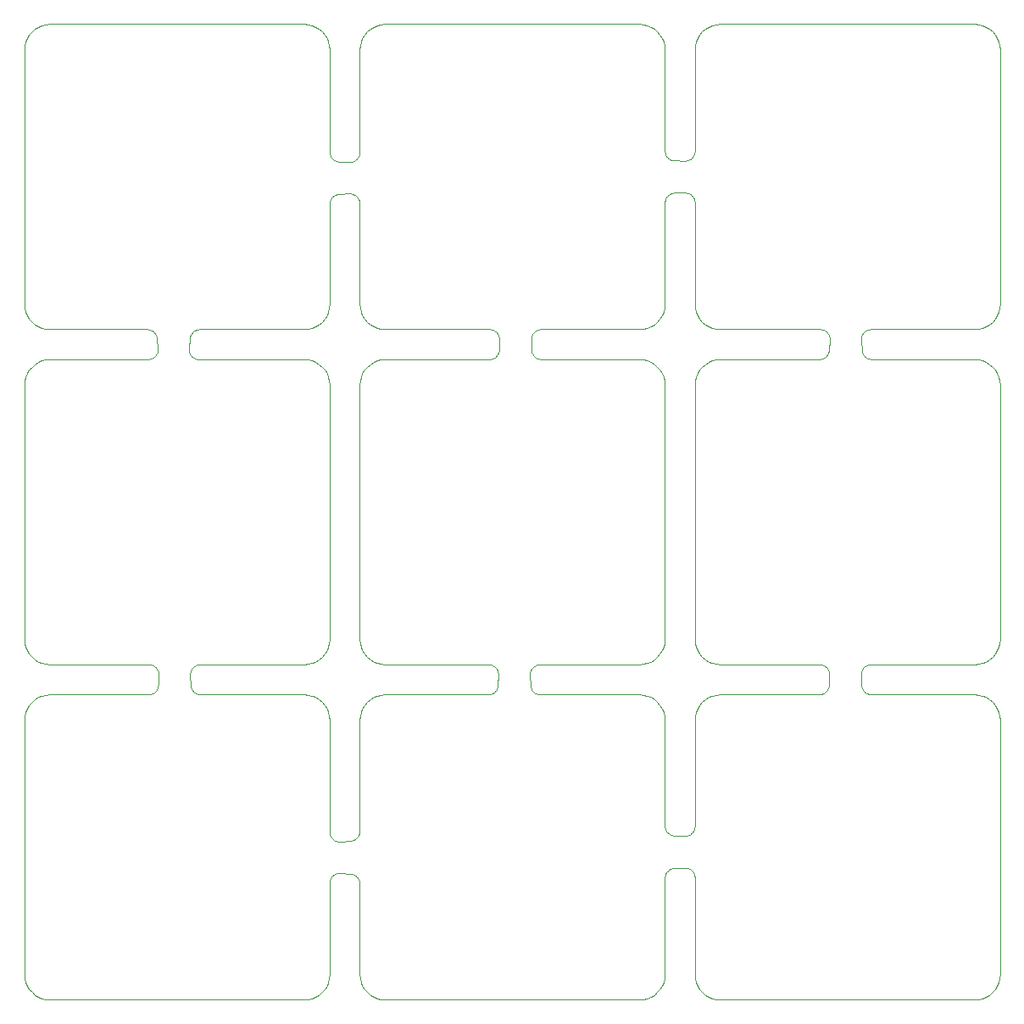
<source format=gko>
%MOIN*%
%OFA0B0*%
%FSLAX44Y44*%
%IPPOS*%
%LPD*%
%ADD10C,0*%
D10*
X00025181Y00011000D02*
X00025181Y00011000D01*
X00025168Y00011156D01*
X00025132Y00011309D01*
X00025072Y00011453D01*
X00024990Y00011587D01*
X00024888Y00011707D01*
X00024768Y00011809D01*
X00024635Y00011891D01*
X00024490Y00011951D01*
X00024337Y00011987D01*
X00024181Y00012000D01*
X00020285Y00012000D01*
X00020255Y00012001D01*
X00020225Y00012004D01*
X00020195Y00012010D01*
X00020166Y00012018D01*
X00020137Y00012028D01*
X00020109Y00012041D01*
X00020083Y00012055D01*
X00020057Y00012072D01*
X00020033Y00012090D01*
X00020011Y00012111D01*
X00019990Y00012133D01*
X00019971Y00012156D01*
X00019953Y00012181D01*
X00019938Y00012207D01*
X00019925Y00012235D01*
X00019914Y00012263D01*
X00019905Y00012292D01*
X00019898Y00012321D01*
X00019894Y00012351D01*
X00019891Y00012382D01*
X00019880Y00012775D01*
X00019880Y00012807D01*
X00019883Y00012838D01*
X00019888Y00012869D01*
X00019896Y00012900D01*
X00019906Y00012929D01*
X00019919Y00012958D01*
X00019934Y00012986D01*
X00019951Y00013013D01*
X00019970Y00013038D01*
X00019991Y00013061D01*
X00020014Y00013083D01*
X00020038Y00013103D01*
X00020064Y00013120D01*
X00020091Y00013136D01*
X00020120Y00013150D01*
X00020149Y00013161D01*
X00020180Y00013169D01*
X00020211Y00013176D01*
X00020242Y00013179D01*
X00020273Y00013181D01*
X00024181Y00013181D01*
X00024337Y00013193D01*
X00024490Y00013230D01*
X00024635Y00013290D01*
X00024768Y00013372D01*
X00024888Y00013473D01*
X00024990Y00013593D01*
X00025072Y00013727D01*
X00025132Y00013872D01*
X00025168Y00014024D01*
X00025181Y00014181D01*
X00025181Y00024181D01*
X00025168Y00024337D01*
X00025132Y00024490D01*
X00025072Y00024635D01*
X00024990Y00024768D01*
X00024888Y00024888D01*
X00024768Y00024990D01*
X00024635Y00025072D01*
X00024490Y00025132D01*
X00024337Y00025168D01*
X00024181Y00025181D01*
X00020326Y00025181D01*
X00020295Y00025182D01*
X00020265Y00025185D01*
X00020235Y00025191D01*
X00020205Y00025199D01*
X00020177Y00025210D01*
X00020149Y00025223D01*
X00020122Y00025237D01*
X00020097Y00025254D01*
X00020072Y00025273D01*
X00020050Y00025293D01*
X00020029Y00025316D01*
X00020010Y00025339D01*
X00019992Y00025365D01*
X00019977Y00025391D01*
X00019964Y00025419D01*
X00019953Y00025447D01*
X00019944Y00025476D01*
X00019938Y00025506D01*
X00019934Y00025537D01*
X00019932Y00025567D01*
X00019925Y00025961D01*
X00019925Y00025992D01*
X00019929Y00026023D01*
X00019934Y00026054D01*
X00019942Y00026084D01*
X00019953Y00026114D01*
X00019965Y00026142D01*
X00019980Y00026170D01*
X00019997Y00026196D01*
X00020016Y00026221D01*
X00020037Y00026244D01*
X00020060Y00026265D01*
X00020085Y00026285D01*
X00020111Y00026302D01*
X00020138Y00026318D01*
X00020166Y00026331D01*
X00020195Y00026342D01*
X00020225Y00026351D01*
X00020256Y00026357D01*
X00020287Y00026360D01*
X00020318Y00026362D01*
X00024181Y00026362D01*
X00024337Y00026374D01*
X00024490Y00026411D01*
X00024635Y00026471D01*
X00024768Y00026553D01*
X00024888Y00026655D01*
X00024990Y00026774D01*
X00025072Y00026908D01*
X00025132Y00027053D01*
X00025168Y00027205D01*
X00025181Y00027362D01*
X00025181Y00031333D01*
X00025182Y00031363D01*
X00025185Y00031394D01*
X00025191Y00031423D01*
X00025199Y00031453D01*
X00025210Y00031482D01*
X00025223Y00031509D01*
X00025237Y00031536D01*
X00025254Y00031562D01*
X00025273Y00031586D01*
X00025293Y00031608D01*
X00025316Y00031629D01*
X00025339Y00031649D01*
X00025365Y00031666D01*
X00025391Y00031681D01*
X00025419Y00031694D01*
X00025447Y00031705D01*
X00025476Y00031714D01*
X00025506Y00031720D01*
X00025537Y00031725D01*
X00025567Y00031726D01*
X00025961Y00031733D01*
X00025992Y00031733D01*
X00026023Y00031730D01*
X00026054Y00031724D01*
X00026084Y00031716D01*
X00026114Y00031706D01*
X00026142Y00031693D01*
X00026170Y00031678D01*
X00026196Y00031661D01*
X00026221Y00031642D01*
X00026244Y00031621D01*
X00026265Y00031598D01*
X00026285Y00031574D01*
X00026302Y00031548D01*
X00026318Y00031521D01*
X00026331Y00031492D01*
X00026342Y00031463D01*
X00026351Y00031433D01*
X00026357Y00031402D01*
X00026360Y00031371D01*
X00026362Y00031340D01*
X00026362Y00027362D01*
X00026374Y00027205D01*
X00026411Y00027053D01*
X00026471Y00026908D01*
X00026553Y00026774D01*
X00026655Y00026655D01*
X00026774Y00026553D01*
X00026908Y00026471D01*
X00027053Y00026411D01*
X00027205Y00026374D01*
X00027362Y00026362D01*
X00031274Y00026362D01*
X00031306Y00026360D01*
X00031338Y00026356D01*
X00031370Y00026350D01*
X00031401Y00026341D01*
X00031431Y00026329D01*
X00031460Y00026315D01*
X00031488Y00026299D01*
X00031514Y00026280D01*
X00031539Y00026259D01*
X00031562Y00026237D01*
X00031583Y00026212D01*
X00031602Y00026186D01*
X00031619Y00026158D01*
X00031633Y00026130D01*
X00031645Y00026100D01*
X00031655Y00026069D01*
X00031662Y00026037D01*
X00031666Y00026005D01*
X00031668Y00025973D01*
X00031667Y00025941D01*
X00031640Y00025547D01*
X00031636Y00025518D01*
X00031631Y00025489D01*
X00031624Y00025460D01*
X00031614Y00025432D01*
X00031602Y00025405D01*
X00031589Y00025379D01*
X00031573Y00025354D01*
X00031555Y00025330D01*
X00031536Y00025307D01*
X00031515Y00025286D01*
X00031493Y00025267D01*
X00031469Y00025250D01*
X00031444Y00025234D01*
X00031418Y00025220D01*
X00031391Y00025208D01*
X00031363Y00025198D01*
X00031335Y00025191D01*
X00031306Y00025185D01*
X00031276Y00025182D01*
X00031247Y00025181D01*
X00027362Y00025181D01*
X00027205Y00025168D01*
X00027053Y00025132D01*
X00026908Y00025072D01*
X00026774Y00024990D01*
X00026655Y00024888D01*
X00026553Y00024768D01*
X00026471Y00024635D01*
X00026411Y00024490D01*
X00026374Y00024337D01*
X00026362Y00024181D01*
X00026362Y00014181D01*
X00026374Y00014024D01*
X00026411Y00013872D01*
X00026471Y00013727D01*
X00026553Y00013593D01*
X00026655Y00013473D01*
X00026774Y00013372D01*
X00026908Y00013290D01*
X00027053Y00013230D01*
X00027205Y00013193D01*
X00027362Y00013181D01*
X00031261Y00013181D01*
X00031292Y00013179D01*
X00031324Y00013175D01*
X00031355Y00013169D01*
X00031386Y00013160D01*
X00031416Y00013149D01*
X00031445Y00013135D01*
X00031472Y00013119D01*
X00031498Y00013101D01*
X00031523Y00013080D01*
X00031546Y00013058D01*
X00031567Y00013034D01*
X00031586Y00013009D01*
X00031603Y00012982D01*
X00031617Y00012953D01*
X00031630Y00012924D01*
X00031640Y00012894D01*
X00031647Y00012863D01*
X00031652Y00012831D01*
X00031654Y00012799D01*
X00031654Y00012767D01*
X00031634Y00012374D01*
X00031632Y00012344D01*
X00031627Y00012314D01*
X00031620Y00012285D01*
X00031610Y00012257D01*
X00031599Y00012229D01*
X00031585Y00012202D01*
X00031570Y00012177D01*
X00031552Y00012152D01*
X00031533Y00012129D01*
X00031512Y00012108D01*
X00031490Y00012088D01*
X00031466Y00012070D01*
X00031441Y00012054D01*
X00031414Y00012040D01*
X00031387Y00012028D01*
X00031359Y00012018D01*
X00031330Y00012010D01*
X00031301Y00012004D01*
X00031271Y00012001D01*
X00031241Y00012000D01*
X00027362Y00012000D01*
X00027205Y00011987D01*
X00027053Y00011951D01*
X00026908Y00011891D01*
X00026774Y00011809D01*
X00026655Y00011707D01*
X00026553Y00011587D01*
X00026471Y00011453D01*
X00026411Y00011309D01*
X00026374Y00011156D01*
X00026362Y00011000D01*
X00026362Y00006828D01*
X00026360Y00006797D01*
X00026357Y00006766D01*
X00026350Y00006735D01*
X00026342Y00006704D01*
X00026331Y00006675D01*
X00026317Y00006647D01*
X00026302Y00006619D01*
X00026284Y00006593D01*
X00026264Y00006569D01*
X00026242Y00006546D01*
X00026219Y00006525D01*
X00026194Y00006506D01*
X00026167Y00006489D01*
X00026140Y00006474D01*
X00026111Y00006461D01*
X00026081Y00006451D01*
X00026051Y00006443D01*
X00026020Y00006438D01*
X00025988Y00006435D01*
X00025957Y00006435D01*
X00025563Y00006446D01*
X00025533Y00006448D01*
X00025503Y00006452D01*
X00025473Y00006459D01*
X00025444Y00006468D01*
X00025416Y00006479D01*
X00025389Y00006492D01*
X00025362Y00006508D01*
X00025337Y00006525D01*
X00025314Y00006544D01*
X00025292Y00006565D01*
X00025272Y00006588D01*
X00025253Y00006612D01*
X00025237Y00006637D01*
X00025222Y00006664D01*
X00025210Y00006691D01*
X00025199Y00006720D01*
X00025191Y00006749D01*
X00025185Y00006779D01*
X00025182Y00006809D01*
X00025181Y00006839D01*
X00025181Y00011000D01*
X00011999Y00011000D02*
X00011999Y00011000D01*
X00011987Y00011156D01*
X00011951Y00011309D01*
X00011891Y00011453D01*
X00011809Y00011587D01*
X00011707Y00011707D01*
X00011587Y00011809D01*
X00011453Y00011891D01*
X00011309Y00011951D01*
X00011156Y00011987D01*
X00011000Y00012000D01*
X00006927Y00012000D01*
X00006897Y00012001D01*
X00006867Y00012004D01*
X00006838Y00012010D01*
X00006809Y00012018D01*
X00006780Y00012028D01*
X00006753Y00012040D01*
X00006726Y00012055D01*
X00006701Y00012071D01*
X00006677Y00012089D01*
X00006654Y00012109D01*
X00006634Y00012131D01*
X00006614Y00012154D01*
X00006597Y00012179D01*
X00006582Y00012205D01*
X00006568Y00012232D01*
X00006557Y00012260D01*
X00006548Y00012288D01*
X00006541Y00012318D01*
X00006536Y00012348D01*
X00006534Y00012378D01*
X00006518Y00012771D01*
X00006518Y00012803D01*
X00006521Y00012835D01*
X00006526Y00012866D01*
X00006534Y00012897D01*
X00006544Y00012927D01*
X00006556Y00012956D01*
X00006571Y00012984D01*
X00006588Y00013011D01*
X00006607Y00013036D01*
X00006628Y00013060D01*
X00006651Y00013082D01*
X00006675Y00013102D01*
X00006701Y00013120D01*
X00006729Y00013136D01*
X00006757Y00013149D01*
X00006787Y00013160D01*
X00006817Y00013169D01*
X00006848Y00013176D01*
X00006880Y00013179D01*
X00006912Y00013181D01*
X00011000Y00013181D01*
X00011156Y00013193D01*
X00011309Y00013230D01*
X00011453Y00013290D01*
X00011587Y00013372D01*
X00011707Y00013473D01*
X00011809Y00013593D01*
X00011891Y00013727D01*
X00011951Y00013872D01*
X00011987Y00014024D01*
X00011999Y00014181D01*
X00011999Y00024181D01*
X00011987Y00024337D01*
X00011951Y00024490D01*
X00011891Y00024635D01*
X00011809Y00024768D01*
X00011707Y00024888D01*
X00011587Y00024990D01*
X00011453Y00025072D01*
X00011309Y00025132D01*
X00011156Y00025168D01*
X00011000Y00025181D01*
X00006855Y00025181D01*
X00006822Y00025182D01*
X00006789Y00025186D01*
X00006757Y00025193D01*
X00006725Y00025203D01*
X00006694Y00025215D01*
X00006665Y00025229D01*
X00006637Y00025247D01*
X00006610Y00025266D01*
X00006585Y00025288D01*
X00006562Y00025311D01*
X00006541Y00025337D01*
X00006522Y00025364D01*
X00006506Y00025392D01*
X00006492Y00025422D01*
X00006480Y00025453D01*
X00006471Y00025485D01*
X00006465Y00025518D01*
X00006462Y00025550D01*
X00006461Y00025583D01*
X00006463Y00025616D01*
X00006506Y00026010D01*
X00006510Y00026039D01*
X00006516Y00026067D01*
X00006524Y00026094D01*
X00006534Y00026121D01*
X00006546Y00026147D01*
X00006561Y00026172D01*
X00006576Y00026197D01*
X00006594Y00026219D01*
X00006613Y00026241D01*
X00006634Y00026261D01*
X00006656Y00026279D01*
X00006679Y00026296D01*
X00006704Y00026311D01*
X00006730Y00026324D01*
X00006756Y00026336D01*
X00006783Y00026345D01*
X00006811Y00026352D01*
X00006840Y00026357D01*
X00006868Y00026361D01*
X00006897Y00026362D01*
X00011000Y00026362D01*
X00011156Y00026374D01*
X00011309Y00026411D01*
X00011453Y00026471D01*
X00011587Y00026553D01*
X00011707Y00026655D01*
X00011809Y00026774D01*
X00011891Y00026908D01*
X00011951Y00027053D01*
X00011987Y00027205D01*
X00011999Y00027362D01*
X00011999Y00031286D01*
X00012001Y00031316D01*
X00012004Y00031346D01*
X00012010Y00031375D01*
X00012018Y00031404D01*
X00012028Y00031433D01*
X00012040Y00031460D01*
X00012055Y00031487D01*
X00012071Y00031512D01*
X00012089Y00031536D01*
X00012109Y00031559D01*
X00012131Y00031579D01*
X00012154Y00031599D01*
X00012179Y00031616D01*
X00012205Y00031631D01*
X00012232Y00031645D01*
X00012260Y00031656D01*
X00012288Y00031665D01*
X00012318Y00031672D01*
X00012348Y00031677D01*
X00012378Y00031679D01*
X00012771Y00031695D01*
X00012803Y00031695D01*
X00012835Y00031692D01*
X00012866Y00031687D01*
X00012897Y00031679D01*
X00012927Y00031669D01*
X00012956Y00031657D01*
X00012984Y00031642D01*
X00013011Y00031625D01*
X00013036Y00031606D01*
X00013060Y00031585D01*
X00013082Y00031562D01*
X00013102Y00031538D01*
X00013120Y00031512D01*
X00013136Y00031484D01*
X00013149Y00031456D01*
X00013160Y00031426D01*
X00013169Y00031396D01*
X00013176Y00031364D01*
X00013179Y00031333D01*
X00013181Y00031301D01*
X00013181Y00027362D01*
X00013193Y00027205D01*
X00013230Y00027053D01*
X00013290Y00026908D01*
X00013372Y00026774D01*
X00013473Y00026655D01*
X00013593Y00026553D01*
X00013727Y00026471D01*
X00013872Y00026411D01*
X00014024Y00026374D01*
X00014181Y00026362D01*
X00018280Y00026362D01*
X00018311Y00026360D01*
X00018342Y00026357D01*
X00018373Y00026351D01*
X00018403Y00026342D01*
X00018432Y00026331D01*
X00018461Y00026318D01*
X00018488Y00026302D01*
X00018514Y00026285D01*
X00018538Y00026265D01*
X00018561Y00026244D01*
X00018582Y00026221D01*
X00018601Y00026196D01*
X00018618Y00026170D01*
X00018633Y00026142D01*
X00018646Y00026114D01*
X00018656Y00026084D01*
X00018664Y00026054D01*
X00018670Y00026023D01*
X00018673Y00025992D01*
X00018674Y00025961D01*
X00018666Y00025567D01*
X00018665Y00025537D01*
X00018660Y00025506D01*
X00018654Y00025476D01*
X00018645Y00025447D01*
X00018634Y00025419D01*
X00018621Y00025391D01*
X00018606Y00025365D01*
X00018589Y00025339D01*
X00018569Y00025316D01*
X00018549Y00025293D01*
X00018526Y00025273D01*
X00018502Y00025254D01*
X00018476Y00025237D01*
X00018450Y00025223D01*
X00018422Y00025210D01*
X00018393Y00025199D01*
X00018364Y00025191D01*
X00018334Y00025185D01*
X00018303Y00025182D01*
X00018273Y00025181D01*
X00014181Y00025181D01*
X00014024Y00025168D01*
X00013872Y00025132D01*
X00013727Y00025072D01*
X00013593Y00024990D01*
X00013473Y00024888D01*
X00013372Y00024768D01*
X00013290Y00024635D01*
X00013230Y00024490D01*
X00013193Y00024337D01*
X00013181Y00024181D01*
X00013181Y00014181D01*
X00013193Y00014024D01*
X00013230Y00013872D01*
X00013290Y00013727D01*
X00013372Y00013593D01*
X00013473Y00013473D01*
X00013593Y00013372D01*
X00013727Y00013290D01*
X00013872Y00013230D01*
X00014024Y00013193D01*
X00014181Y00013181D01*
X00018239Y00013181D01*
X00018271Y00013179D01*
X00018302Y00013176D01*
X00018333Y00013169D01*
X00018363Y00013161D01*
X00018393Y00013150D01*
X00018421Y00013136D01*
X00018449Y00013120D01*
X00018475Y00013103D01*
X00018499Y00013083D01*
X00018522Y00013061D01*
X00018543Y00013038D01*
X00018562Y00013013D01*
X00018579Y00012986D01*
X00018594Y00012958D01*
X00018606Y00012929D01*
X00018617Y00012900D01*
X00018624Y00012869D01*
X00018630Y00012838D01*
X00018633Y00012807D01*
X00018633Y00012775D01*
X00018621Y00012382D01*
X00018619Y00012351D01*
X00018615Y00012321D01*
X00018608Y00012292D01*
X00018599Y00012263D01*
X00018588Y00012235D01*
X00018575Y00012207D01*
X00018559Y00012181D01*
X00018542Y00012156D01*
X00018523Y00012133D01*
X00018502Y00012111D01*
X00018479Y00012090D01*
X00018455Y00012072D01*
X00018430Y00012055D01*
X00018403Y00012041D01*
X00018376Y00012028D01*
X00018347Y00012018D01*
X00018318Y00012010D01*
X00018288Y00012004D01*
X00018258Y00012001D01*
X00018228Y00012000D01*
X00014181Y00012000D01*
X00014024Y00011987D01*
X00013872Y00011951D01*
X00013727Y00011891D01*
X00013593Y00011809D01*
X00013473Y00011707D01*
X00013372Y00011587D01*
X00013290Y00011453D01*
X00013230Y00011309D01*
X00013193Y00011156D01*
X00013181Y00011000D01*
X00013181Y00006636D01*
X00013180Y00006607D01*
X00013176Y00006578D01*
X00013171Y00006549D01*
X00013163Y00006521D01*
X00013154Y00006493D01*
X00013142Y00006467D01*
X00013129Y00006441D01*
X00013113Y00006416D01*
X00013096Y00006392D01*
X00013077Y00006370D01*
X00013056Y00006349D01*
X00013034Y00006330D01*
X00013011Y00006312D01*
X00012986Y00006297D01*
X00012961Y00006283D01*
X00012934Y00006271D01*
X00012906Y00006261D01*
X00012878Y00006253D01*
X00012850Y00006247D01*
X00012821Y00006244D01*
X00012427Y00006210D01*
X00012394Y00006209D01*
X00012362Y00006210D01*
X00012329Y00006214D01*
X00012297Y00006220D01*
X00012266Y00006230D01*
X00012236Y00006241D01*
X00012207Y00006256D01*
X00012178Y00006272D01*
X00012152Y00006291D01*
X00012127Y00006312D01*
X00012104Y00006335D01*
X00012083Y00006360D01*
X00012064Y00006387D01*
X00012047Y00006415D01*
X00012033Y00006444D01*
X00012021Y00006474D01*
X00012012Y00006506D01*
X00012005Y00006537D01*
X00012001Y00006570D01*
X00011999Y00006602D01*
X00011999Y00011000D01*
X00000999Y00000000D02*
X00000999Y00000000D01*
X00011000Y00000000D01*
X00011156Y00000012D01*
X00011309Y00000048D01*
X00011453Y00000108D01*
X00011587Y00000190D01*
X00011707Y00000292D01*
X00011809Y00000412D01*
X00011891Y00000546D01*
X00011951Y00000690D01*
X00011987Y00000843D01*
X00011999Y00001000D01*
X00011999Y00004592D01*
X00012001Y00004624D01*
X00012005Y00004656D01*
X00012012Y00004688D01*
X00012021Y00004720D01*
X00012033Y00004750D01*
X00012047Y00004779D01*
X00012064Y00004807D01*
X00012083Y00004834D01*
X00012104Y00004859D01*
X00012127Y00004882D01*
X00012152Y00004903D01*
X00012178Y00004922D01*
X00012207Y00004938D01*
X00012236Y00004952D01*
X00012266Y00004964D01*
X00012297Y00004973D01*
X00012329Y00004980D01*
X00012362Y00004984D01*
X00012394Y00004985D01*
X00012427Y00004984D01*
X00012821Y00004950D01*
X00012850Y00004946D01*
X00012878Y00004941D01*
X00012906Y00004933D01*
X00012934Y00004923D01*
X00012961Y00004911D01*
X00012986Y00004897D01*
X00013011Y00004881D01*
X00013034Y00004864D01*
X00013056Y00004845D01*
X00013077Y00004824D01*
X00013096Y00004802D01*
X00013113Y00004778D01*
X00013129Y00004753D01*
X00013142Y00004727D01*
X00013154Y00004701D01*
X00013163Y00004673D01*
X00013171Y00004645D01*
X00013176Y00004616D01*
X00013180Y00004587D01*
X00013181Y00004558D01*
X00013181Y00001000D01*
X00013193Y00000843D01*
X00013230Y00000690D01*
X00013290Y00000546D01*
X00013372Y00000412D01*
X00013473Y00000292D01*
X00013593Y00000190D01*
X00013727Y00000108D01*
X00013872Y00000048D01*
X00014024Y00000012D01*
X00014181Y00000000D01*
X00024181Y00000000D01*
X00024337Y00000012D01*
X00024490Y00000048D01*
X00024635Y00000108D01*
X00024768Y00000190D01*
X00024888Y00000292D01*
X00024990Y00000412D01*
X00025072Y00000546D01*
X00025132Y00000690D01*
X00025168Y00000843D01*
X00025181Y00001000D01*
X00025181Y00004783D01*
X00025182Y00004813D01*
X00025185Y00004843D01*
X00025191Y00004873D01*
X00025199Y00004902D01*
X00025210Y00004931D01*
X00025222Y00004958D01*
X00025237Y00004985D01*
X00025253Y00005010D01*
X00025272Y00005034D01*
X00025292Y00005057D01*
X00025314Y00005078D01*
X00025337Y00005097D01*
X00025362Y00005114D01*
X00025389Y00005130D01*
X00025416Y00005143D01*
X00025444Y00005154D01*
X00025473Y00005163D01*
X00025503Y00005170D01*
X00025533Y00005174D01*
X00025563Y00005176D01*
X00025957Y00005187D01*
X00025988Y00005187D01*
X00026020Y00005184D01*
X00026051Y00005179D01*
X00026081Y00005171D01*
X00026111Y00005161D01*
X00026140Y00005148D01*
X00026167Y00005133D01*
X00026194Y00005116D01*
X00026219Y00005097D01*
X00026242Y00005076D01*
X00026264Y00005053D01*
X00026284Y00005029D01*
X00026302Y00005003D01*
X00026317Y00004976D01*
X00026331Y00004947D01*
X00026342Y00004918D01*
X00026350Y00004887D01*
X00026357Y00004857D01*
X00026360Y00004825D01*
X00026362Y00004794D01*
X00026362Y00001000D01*
X00026374Y00000843D01*
X00026411Y00000690D01*
X00026471Y00000546D01*
X00026553Y00000412D01*
X00026655Y00000292D01*
X00026774Y00000190D01*
X00026908Y00000108D01*
X00027053Y00000048D01*
X00027205Y00000012D01*
X00027362Y00000000D01*
X00037362Y00000000D01*
X00037518Y00000012D01*
X00037671Y00000048D01*
X00037816Y00000108D01*
X00037949Y00000190D01*
X00038069Y00000292D01*
X00038171Y00000412D01*
X00038253Y00000546D01*
X00038313Y00000690D01*
X00038349Y00000843D01*
X00038362Y00001000D01*
X00038362Y00011000D01*
X00038349Y00011156D01*
X00038313Y00011309D01*
X00038253Y00011453D01*
X00038171Y00011587D01*
X00038069Y00011707D01*
X00037949Y00011809D01*
X00037816Y00011891D01*
X00037671Y00011951D01*
X00037518Y00011987D01*
X00037362Y00012000D01*
X00033306Y00012000D01*
X00033276Y00012001D01*
X00033246Y00012004D01*
X00033217Y00012010D01*
X00033188Y00012018D01*
X00033160Y00012028D01*
X00033132Y00012040D01*
X00033106Y00012054D01*
X00033081Y00012070D01*
X00033057Y00012088D01*
X00033035Y00012108D01*
X00033014Y00012129D01*
X00032994Y00012152D01*
X00032977Y00012177D01*
X00032962Y00012202D01*
X00032948Y00012229D01*
X00032937Y00012257D01*
X00032927Y00012285D01*
X00032920Y00012314D01*
X00032915Y00012344D01*
X00032913Y00012374D01*
X00032893Y00012767D01*
X00032893Y00012799D01*
X00032895Y00012831D01*
X00032900Y00012863D01*
X00032907Y00012894D01*
X00032917Y00012924D01*
X00032930Y00012953D01*
X00032944Y00012982D01*
X00032961Y00013009D01*
X00032980Y00013034D01*
X00033001Y00013058D01*
X00033024Y00013080D01*
X00033049Y00013101D01*
X00033075Y00013119D01*
X00033102Y00013135D01*
X00033131Y00013149D01*
X00033161Y00013160D01*
X00033192Y00013169D01*
X00033223Y00013175D01*
X00033254Y00013179D01*
X00033286Y00013181D01*
X00037362Y00013181D01*
X00037518Y00013193D01*
X00037671Y00013230D01*
X00037816Y00013290D01*
X00037949Y00013372D01*
X00038069Y00013473D01*
X00038171Y00013593D01*
X00038253Y00013727D01*
X00038313Y00013872D01*
X00038349Y00014024D01*
X00038362Y00014181D01*
X00038362Y00024181D01*
X00038349Y00024337D01*
X00038313Y00024490D01*
X00038253Y00024635D01*
X00038171Y00024768D01*
X00038069Y00024888D01*
X00037949Y00024990D01*
X00037816Y00025072D01*
X00037671Y00025132D01*
X00037518Y00025168D01*
X00037362Y00025181D01*
X00033319Y00025181D01*
X00033290Y00025182D01*
X00033260Y00025185D01*
X00033231Y00025191D01*
X00033203Y00025198D01*
X00033175Y00025208D01*
X00033148Y00025220D01*
X00033122Y00025234D01*
X00033097Y00025250D01*
X00033073Y00025267D01*
X00033051Y00025286D01*
X00033030Y00025307D01*
X00033010Y00025330D01*
X00032993Y00025354D01*
X00032977Y00025379D01*
X00032964Y00025405D01*
X00032952Y00025432D01*
X00032942Y00025460D01*
X00032935Y00025489D01*
X00032929Y00025518D01*
X00032926Y00025547D01*
X00032899Y00025941D01*
X00032898Y00025973D01*
X00032900Y00026005D01*
X00032904Y00026037D01*
X00032911Y00026069D01*
X00032921Y00026100D01*
X00032933Y00026130D01*
X00032947Y00026158D01*
X00032964Y00026186D01*
X00032983Y00026212D01*
X00033004Y00026237D01*
X00033027Y00026259D01*
X00033052Y00026280D01*
X00033078Y00026299D01*
X00033106Y00026315D01*
X00033135Y00026329D01*
X00033165Y00026341D01*
X00033196Y00026350D01*
X00033228Y00026356D01*
X00033260Y00026360D01*
X00033292Y00026362D01*
X00037362Y00026362D01*
X00037518Y00026374D01*
X00037671Y00026411D01*
X00037816Y00026471D01*
X00037949Y00026553D01*
X00038069Y00026655D01*
X00038171Y00026774D01*
X00038253Y00026908D01*
X00038313Y00027053D01*
X00038349Y00027205D01*
X00038362Y00027362D01*
X00038362Y00037362D01*
X00038349Y00037518D01*
X00038313Y00037671D01*
X00038253Y00037816D01*
X00038171Y00037949D01*
X00038069Y00038069D01*
X00037949Y00038171D01*
X00037816Y00038253D01*
X00037671Y00038313D01*
X00037518Y00038349D01*
X00037362Y00038362D01*
X00027362Y00038362D01*
X00027205Y00038349D01*
X00027053Y00038313D01*
X00026908Y00038253D01*
X00026774Y00038171D01*
X00026655Y00038069D01*
X00026553Y00037949D01*
X00026471Y00037816D01*
X00026411Y00037671D01*
X00026374Y00037518D01*
X00026362Y00037362D01*
X00026362Y00033378D01*
X00026360Y00033347D01*
X00026357Y00033316D01*
X00026351Y00033285D01*
X00026342Y00033255D01*
X00026331Y00033226D01*
X00026318Y00033198D01*
X00026302Y00033170D01*
X00026285Y00033145D01*
X00026265Y00033120D01*
X00026244Y00033097D01*
X00026221Y00033076D01*
X00026196Y00033057D01*
X00026170Y00033040D01*
X00026142Y00033025D01*
X00026114Y00033013D01*
X00026084Y00033002D01*
X00026054Y00032994D01*
X00026023Y00032988D01*
X00025992Y00032985D01*
X00025961Y00032985D01*
X00025567Y00032992D01*
X00025537Y00032994D01*
X00025506Y00032998D01*
X00025476Y00033004D01*
X00025447Y00033013D01*
X00025419Y00033024D01*
X00025391Y00033037D01*
X00025365Y00033052D01*
X00025339Y00033070D01*
X00025316Y00033089D01*
X00025293Y00033110D01*
X00025273Y00033132D01*
X00025254Y00033156D01*
X00025237Y00033182D01*
X00025223Y00033209D01*
X00025210Y00033237D01*
X00025199Y00033265D01*
X00025191Y00033295D01*
X00025185Y00033325D01*
X00025182Y00033355D01*
X00025181Y00033386D01*
X00025181Y00037362D01*
X00025168Y00037518D01*
X00025132Y00037671D01*
X00025072Y00037816D01*
X00024990Y00037949D01*
X00024888Y00038069D01*
X00024768Y00038171D01*
X00024635Y00038253D01*
X00024490Y00038313D01*
X00024337Y00038349D01*
X00024181Y00038362D01*
X00014181Y00038362D01*
X00014024Y00038349D01*
X00013872Y00038313D01*
X00013727Y00038253D01*
X00013593Y00038171D01*
X00013473Y00038069D01*
X00013372Y00037949D01*
X00013290Y00037816D01*
X00013230Y00037671D01*
X00013193Y00037518D01*
X00013181Y00037362D01*
X00013181Y00033331D01*
X00013179Y00033300D01*
X00013176Y00033268D01*
X00013169Y00033237D01*
X00013160Y00033207D01*
X00013149Y00033177D01*
X00013136Y00033148D01*
X00013120Y00033121D01*
X00013102Y00033095D01*
X00013082Y00033070D01*
X00013060Y00033047D01*
X00013036Y00033026D01*
X00013011Y00033007D01*
X00012984Y00032990D01*
X00012956Y00032976D01*
X00012927Y00032963D01*
X00012897Y00032953D01*
X00012866Y00032945D01*
X00012835Y00032940D01*
X00012803Y00032938D01*
X00012771Y00032938D01*
X00012378Y00032953D01*
X00012348Y00032956D01*
X00012318Y00032960D01*
X00012288Y00032967D01*
X00012260Y00032976D01*
X00012232Y00032988D01*
X00012205Y00033001D01*
X00012179Y00033017D01*
X00012154Y00033034D01*
X00012131Y00033053D01*
X00012109Y00033074D01*
X00012089Y00033097D01*
X00012071Y00033121D01*
X00012055Y00033146D01*
X00012040Y00033172D01*
X00012028Y00033200D01*
X00012018Y00033228D01*
X00012010Y00033257D01*
X00012004Y00033287D01*
X00012001Y00033317D01*
X00011999Y00033347D01*
X00011999Y00037362D01*
X00011987Y00037518D01*
X00011951Y00037671D01*
X00011891Y00037816D01*
X00011809Y00037949D01*
X00011707Y00038069D01*
X00011587Y00038171D01*
X00011453Y00038253D01*
X00011309Y00038313D01*
X00011156Y00038349D01*
X00011000Y00038362D01*
X00000999Y00038362D01*
X00000843Y00038349D01*
X00000690Y00038313D01*
X00000546Y00038253D01*
X00000412Y00038171D01*
X00000292Y00038069D01*
X00000190Y00037949D01*
X00000108Y00037816D01*
X00000048Y00037671D01*
X00000012Y00037518D01*
X00000000Y00037362D01*
X00000000Y00027362D01*
X00000012Y00027205D01*
X00000048Y00027053D01*
X00000108Y00026908D01*
X00000190Y00026774D01*
X00000292Y00026655D01*
X00000412Y00026553D01*
X00000546Y00026471D01*
X00000690Y00026411D01*
X00000843Y00026374D01*
X00000999Y00026362D01*
X00004811Y00026362D01*
X00004840Y00026361D01*
X00004868Y00026357D01*
X00004897Y00026352D01*
X00004924Y00026345D01*
X00004952Y00026336D01*
X00004978Y00026324D01*
X00005004Y00026311D01*
X00005028Y00026296D01*
X00005052Y00026279D01*
X00005074Y00026261D01*
X00005095Y00026241D01*
X00005114Y00026219D01*
X00005131Y00026197D01*
X00005147Y00026172D01*
X00005161Y00026147D01*
X00005173Y00026121D01*
X00005184Y00026094D01*
X00005192Y00026067D01*
X00005198Y00026039D01*
X00005202Y00026010D01*
X00005244Y00025616D01*
X00005247Y00025583D01*
X00005246Y00025550D01*
X00005243Y00025518D01*
X00005236Y00025485D01*
X00005228Y00025453D01*
X00005216Y00025422D01*
X00005202Y00025392D01*
X00005186Y00025364D01*
X00005167Y00025337D01*
X00005146Y00025311D01*
X00005123Y00025288D01*
X00005098Y00025266D01*
X00005071Y00025247D01*
X00005043Y00025229D01*
X00005013Y00025215D01*
X00004983Y00025203D01*
X00004951Y00025193D01*
X00004919Y00025186D01*
X00004886Y00025182D01*
X00004853Y00025181D01*
X00000999Y00025181D01*
X00000843Y00025168D01*
X00000690Y00025132D01*
X00000546Y00025072D01*
X00000412Y00024990D01*
X00000292Y00024888D01*
X00000190Y00024768D01*
X00000108Y00024635D01*
X00000048Y00024490D01*
X00000012Y00024337D01*
X00000000Y00024181D01*
X00000000Y00014181D01*
X00000012Y00014024D01*
X00000048Y00013872D01*
X00000108Y00013727D01*
X00000190Y00013593D01*
X00000292Y00013473D01*
X00000412Y00013372D01*
X00000546Y00013290D01*
X00000690Y00013230D01*
X00000843Y00013193D01*
X00000999Y00013181D01*
X00004882Y00013181D01*
X00004913Y00013179D01*
X00004945Y00013176D01*
X00004976Y00013169D01*
X00005006Y00013160D01*
X00005036Y00013149D01*
X00005065Y00013136D01*
X00005092Y00013120D01*
X00005118Y00013102D01*
X00005143Y00013082D01*
X00005166Y00013060D01*
X00005187Y00013036D01*
X00005206Y00013011D01*
X00005223Y00012984D01*
X00005237Y00012956D01*
X00005250Y00012927D01*
X00005260Y00012897D01*
X00005267Y00012866D01*
X00005273Y00012835D01*
X00005275Y00012803D01*
X00005275Y00012771D01*
X00005260Y00012378D01*
X00005257Y00012348D01*
X00005253Y00012318D01*
X00005246Y00012288D01*
X00005237Y00012260D01*
X00005225Y00012232D01*
X00005212Y00012205D01*
X00005196Y00012179D01*
X00005179Y00012154D01*
X00005160Y00012131D01*
X00005139Y00012109D01*
X00005116Y00012089D01*
X00005092Y00012071D01*
X00005067Y00012055D01*
X00005041Y00012040D01*
X00005013Y00012028D01*
X00004985Y00012018D01*
X00004956Y00012010D01*
X00004926Y00012004D01*
X00004896Y00012001D01*
X00004866Y00012000D01*
X00000999Y00012000D01*
X00000843Y00011987D01*
X00000690Y00011951D01*
X00000546Y00011891D01*
X00000412Y00011809D01*
X00000292Y00011707D01*
X00000190Y00011587D01*
X00000108Y00011453D01*
X00000048Y00011309D01*
X00000012Y00011156D01*
X00000000Y00011000D01*
X00000000Y00001000D01*
X00000012Y00000843D01*
X00000048Y00000690D01*
X00000108Y00000546D01*
X00000190Y00000412D01*
X00000292Y00000292D01*
X00000412Y00000190D01*
X00000546Y00000108D01*
X00000690Y00000048D01*
X00000843Y00000012D01*
X00000999Y00000000D01*
M02*
</source>
